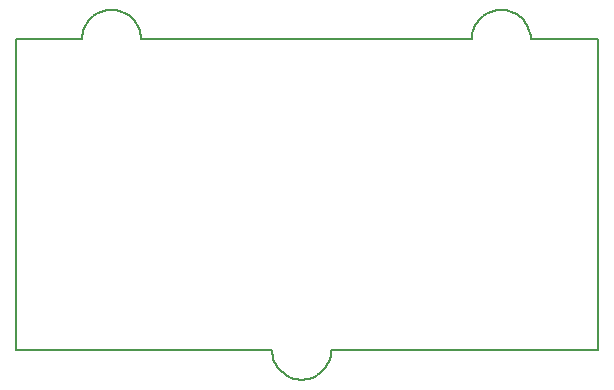
<source format=gko>
G04*
G04 #@! TF.GenerationSoftware,Altium Limited,Altium Designer,19.0.13 (425)*
G04*
G04 Layer_Color=16711935*
%FSLAX25Y25*%
%MOIN*%
G70*
G01*
G75*
%ADD12C,0.00787*%
D12*
X427559Y227953D02*
X427610Y226957D01*
X427761Y225972D01*
X428010Y225006D01*
X428357Y224071D01*
X428796Y223176D01*
X429323Y222330D01*
X429934Y221542D01*
X430620Y220819D01*
X431377Y220169D01*
X432195Y219600D01*
X433067Y219116D01*
X433983Y218723D01*
X434935Y218424D01*
X435911Y218224D01*
X436903Y218123D01*
X437900D01*
X438892Y218224D01*
X439869Y218424D01*
X440820Y218723D01*
X441736Y219116D01*
X442608Y219600D01*
X443426Y220169D01*
X444183Y220819D01*
X444870Y221542D01*
X445480Y222330D01*
X446007Y223176D01*
X446446Y224071D01*
X446793Y225006D01*
X447043Y225972D01*
X447194Y226957D01*
X447244Y227953D01*
X383858Y331496D02*
X383808Y332492D01*
X383657Y333477D01*
X383407Y334442D01*
X383061Y335378D01*
X382622Y336273D01*
X382094Y337119D01*
X381484Y337907D01*
X380797Y338630D01*
X380040Y339279D01*
X379222Y339849D01*
X378350Y340333D01*
X377434Y340726D01*
X376483Y341024D01*
X375506Y341225D01*
X374514Y341326D01*
X373517D01*
X372525Y341225D01*
X371549Y341024D01*
X370597Y340726D01*
X369681Y340333D01*
X368809Y339849D01*
X367991Y339279D01*
X367235Y338630D01*
X366548Y337907D01*
X365937Y337119D01*
X365410Y336273D01*
X364971Y335378D01*
X364625Y334442D01*
X364375Y333477D01*
X364224Y332492D01*
X364173Y331496D01*
X513779D02*
X513729Y332492D01*
X513578Y333477D01*
X513328Y334442D01*
X512982Y335378D01*
X512543Y336273D01*
X512015Y337119D01*
X511405Y337907D01*
X510718Y338630D01*
X509962Y339279D01*
X509143Y339849D01*
X508272Y340333D01*
X507355Y340726D01*
X506404Y341024D01*
X505427Y341225D01*
X504435Y341326D01*
X503439D01*
X502447Y341225D01*
X501470Y341024D01*
X500519Y340726D01*
X499602Y340333D01*
X498731Y339849D01*
X497912Y339279D01*
X497156Y338630D01*
X496469Y337907D01*
X495859Y337119D01*
X495331Y336273D01*
X494892Y335378D01*
X494546Y334442D01*
X494296Y333477D01*
X494145Y332492D01*
X494095Y331496D01*
X342126Y227953D02*
X427559D01*
X447244Y227953D02*
X536221Y227953D01*
Y331496D01*
X513752D02*
X536221D01*
X383858D02*
X494095D01*
X342126D02*
X364173D01*
X342126Y227953D02*
Y331496D01*
M02*

</source>
